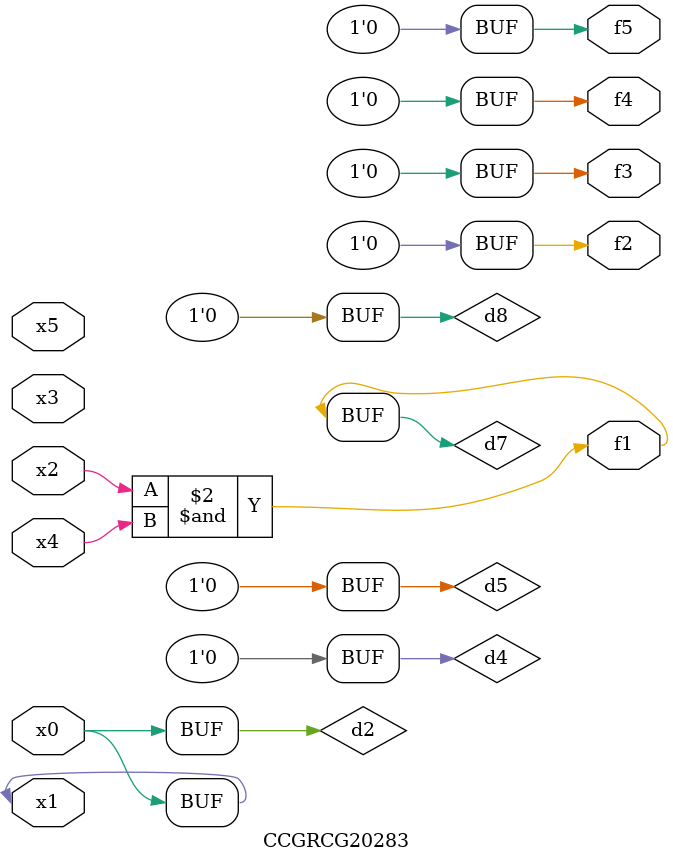
<source format=v>
module CCGRCG20283(
	input x0, x1, x2, x3, x4, x5,
	output f1, f2, f3, f4, f5
);

	wire d1, d2, d3, d4, d5, d6, d7, d8, d9;

	nand (d1, x1);
	buf (d2, x0, x1);
	nand (d3, x2, x4);
	and (d4, d1, d2);
	and (d5, d1, d2);
	nand (d6, d1, d3);
	not (d7, d3);
	xor (d8, d5);
	nor (d9, d5, d6);
	assign f1 = d7;
	assign f2 = d8;
	assign f3 = d8;
	assign f4 = d8;
	assign f5 = d8;
endmodule

</source>
